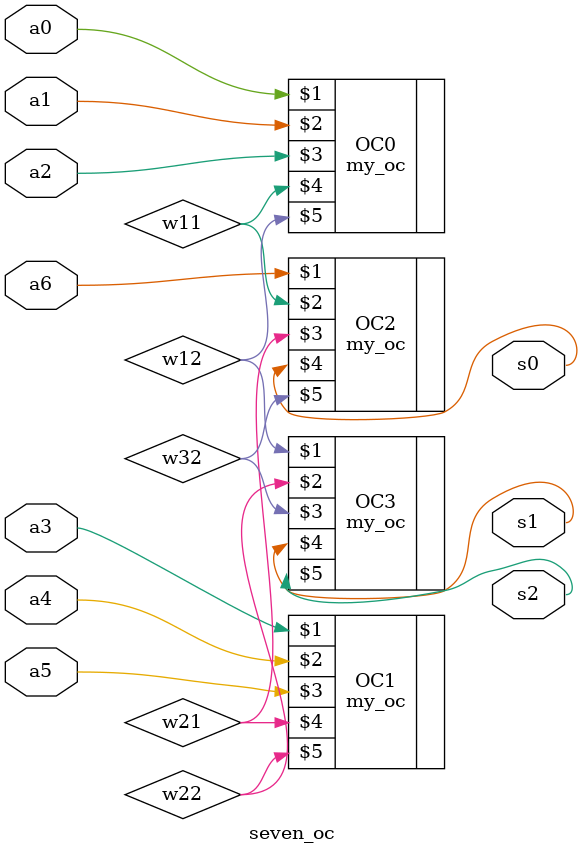
<source format=v>
`timescale 1ns/1ns
module seven_oc (input a0 , a1 , a2 , a3 , a4 , a5 , a6 , output s0 , s1 , s2);
	wire w11 , w12 , w21 , w22 , w32;
	my_oc OC0(a0 , a1 , a2 , w11 , w12);
	my_oc OC1(a3 , a4 , a5 , w21 , w22);
	my_oc OC2(a6 , w11 , w21 , s0 , w32);
	my_oc OC3(w12 , w22 , w32 , s1 , s2);
endmodule
</source>
